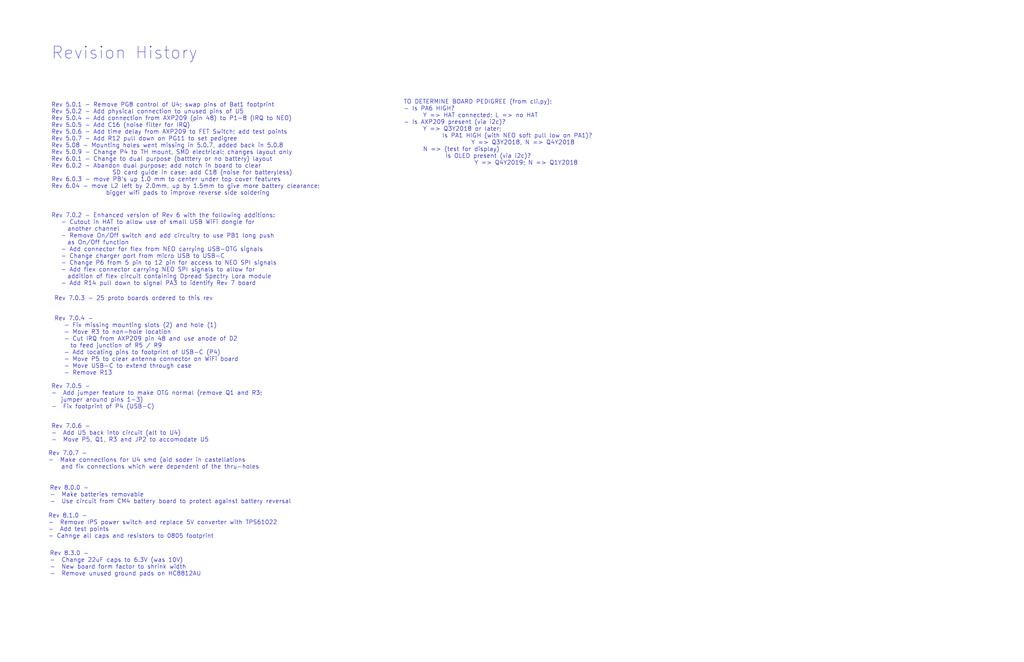
<source format=kicad_sch>
(kicad_sch (version 20211123) (generator eeschema)
  (paper "USLedger")
  (title_block (title "ConnectBox HAT-A") (date "2023-06-08") (rev "8.3.1") (company "ConnectBox") (comment 1 "JRA"))
  (lib_symbols)
  (text "Rev 7.0.6 - \n-  Add U5 back into circuit (alt to U4)\n-  Move P5, Q1, R3 and JP2 to accomodate U5\n" (at 21.59 186.69 0) (effects (font (size 1.778 1.778)) (justify left bottom)))
  (text "Rev 8.1.0 - \n-  Remove IPS power switch and replace 5V converter with TPS61022\n-  Add test points\n- Cahnge all caps and resistors to 0805 footprint\n" (at 20.32 227.33 0) (effects (font (size 1.778 1.778)) (justify left bottom)))
  (text "Rev 8.0.0 - \n-  Make batteries removable\n-  Use circuit from CM4 battery board to protect against battery reversal\n" (at 20.955 212.725 0) (effects (font (size 1.778 1.778)) (justify left bottom)))
  (text "TO DETERMINE BOARD PEDIGREE (from cli.py):\n- Is PA6 HIGH? \n      Y => HAT connected; L => no HAT\n- Is AXP209 present (via i2c)? \n      Y => Q3Y2018 or later; \n            Is PA1 HIGH (with NEO soft pull low on PA1)? \n                     Y => Q3Y2018, N => Q4Y2018\n      N => (test for display)\n             Is OLED present (via i2c)? \n                      Y => Q4Y2019; N => Q1Y2018" (at 170.18 69.85 0) (effects (font (size 1.778 1.778)) (justify left bottom)))
  (text "Rev 7.0.7 - \n-  Make connections for U4 smd (aid soder in castellations\n    and fix connections which were dependent of the thru-holes\n" (at 20.32 198.12 0) (effects (font (size 1.778 1.778)) (justify left bottom)))
  (text "Rev 7.0.4 - \n   - Fix missing mounting slots (2) and hole (1)\n   - Move R3 to non-hole location\n   - Cut IRQ from AXP209 pin 48 and use anode of D2\n     to feed junction of R5 / R9\n   - Add locating pins to footprint of USB-C (P4)\n   - Move P5 to clear antenna connector on WiFi board\n   - Move USB-C to extend through case\n   - Remove R13\n\n" (at 22.86 161.29 0) (effects (font (size 1.778 1.778)) (justify left bottom)))
  (text "Rev 8.3.0 - \n-  Change 22uF caps to 6.3V (was 10V)\n-  New board form factor to shrink width\n-  Remove unused ground pads on HC8812AU" (at 20.955 243.205 0) (effects (font (size 1.778 1.778)) (justify left bottom)))
  (text "Rev 5.0.1 - Remove PG8 control of U4; swap pins of Bat1 footprint\nRev 5.0.2 - Add physical connection to unused pins of U5\nRev 5.0.4 - Add connection from AXP209 (pin 48) to P1-8 (IRQ to NEO)\nRev 5.0.5 - Add C16 (noise filter for IRQ)\nRev 5.0.6 - Add time delay from AXP209 to FET Switch; add test points\nRev 5.0.7 - Add R12 pull down on PG11 to set pedigree\nRev 5.08 - Mounting holes went missing in 5.0.7, added back in 5.0.8\nRev 5.0.9 - Change P4 to TH mount, SMD electrical; changes layout only\nRev 6.0.1 - Change to dual purpose (batttery or no battery) layout\nRev 6.0.2 - Abandon dual purpose; add notch in board to clear \n                   SD card guide in case; add C18 (noise for batteryless)\nRev 6.0.3 - move PB’s up 1.0 mm to center under top cover features\nRev 6.04 - move L2 left by 2.0mm, up by 1.5mm to give more battery clearance; \n                 bigger wifi pads to improve reverse side soldering\n" (at 21.59 82.55 0) (effects (font (size 1.778 1.778)) (justify left bottom)))
  (text "Rev 7.0.3 - 25 proto boards ordered to this rev" (at 22.86 127 0) (effects (font (size 1.778 1.778)) (justify left bottom)))
  (text "Rev 7.0.5 - \n-  Add jumper feature to make OTG normal (remove Q1 and R3;\n   jumper around pins 1-3)\n-  Fix footprint of P4 (USB-C)\n" (at 21.59 172.72 0) (effects (font (size 1.778 1.778)) (justify left bottom)))
  (text "Rev 7.0.2 - Enhanced version of Rev 6 with the following additions:\n   - Cutout in HAT to allow use of small USB WiFi dongle for \n     another channel\n   - Remove On/Off switch and add circuitry to use PB1 long push\n     as On/Off function\n   - Add connector for flex from NEO carrying USB-OTG signals\n   - Change charger port from micro USB to USB-C\n   - Change P6 from 5 pin to 12 pin for access to NEO SPI signals\n   - Add flex connector carrying NEO SPI signals to allow for\n     addition of flex circuit containing Dpread Spectry Lora module\n   - Add R14 pull down to signal PA3 to identify Rev 7 board" (at 21.59 120.65 0) (effects (font (size 1.778 1.778)) (justify left bottom)))
  (text "Revision History" (at 21.59 25.4 0) (effects (font (size 5.08 5.08)) (justify left bottom)))
)
</source>
